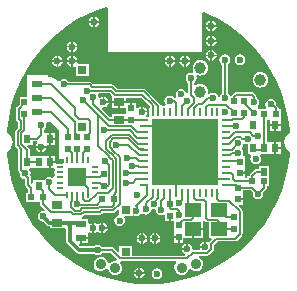
<source format=gbl>
%FSTAX43Y43*%
%MOMM*%
%SFA1B1*%

%IPPOS*%
%ADD10R,0.599999X0.499999*%
%ADD11R,0.499999X0.599999*%
%ADD12O,0.200000X0.649999*%
%ADD13O,0.649999X0.200000*%
%ADD29R,0.899998X0.699999*%
%ADD34C,0.150000*%
%ADD35C,0.299999*%
%ADD40C,0.899998*%
%ADD41C,0.999998*%
%ADD42C,0.599999*%
%ADD48R,0.799998X0.699999*%
%ADD49R,0.849998X0.599999*%
%ADD50R,1.399997X1.149998*%
%ADD51R,1.549997X1.549997*%
%ADD52O,0.250000X0.699999*%
%ADD53O,0.699999X0.250000*%
%ADD54R,5.599989X5.599989*%
%ADD55R,0.599999X0.699999*%
%LNzooidpcb-1*%
%LPD*%
G36*
X-0003424Y0011375D02*
Y0007599D01*
X0004574*
Y0010958*
X0004699Y0011041*
X0005075Y0010885*
X0006005Y0010401*
X0006888Y0009838*
X000772Y00092*
X0008492Y0008492*
X00092Y000772*
X0009838Y0006888*
X0010401Y0006005*
X0010885Y0005075*
X0011286Y0004107*
X0011601Y0003108*
X0011828Y0002085*
X0011965Y0001046*
X0011967Y0000991*
X0011966Y0000851*
X0011786Y0000712*
X0011626Y0000503*
X0011525Y000026*
X001149Y0*
X0011525Y-000026*
X0011626Y-0000503*
X0011786Y-0000712*
X0011966Y-0000851*
X0011967Y-0000991*
X0011965Y-0001046*
X0011828Y-0002085*
X0011601Y-0003108*
X0011286Y-0004107*
X0010885Y-0005075*
X0010401Y-0006005*
X0009838Y-0006888*
X00092Y-000772*
X0008492Y-0008492*
X000772Y-00092*
X0006888Y-0009838*
X0006005Y-0010401*
X0005075Y-0010885*
X0004107Y-0011286*
X0003108Y-0011601*
X0002085Y-0011828*
X0001046Y-0011965*
X0Y-001201*
X-0001046Y-0011965*
X-0002085Y-0011828*
X-0003108Y-0011601*
X-0004107Y-0011286*
X-0005075Y-0010885*
X-0006005Y-0010401*
X-0006888Y-0009838*
X-000772Y-00092*
X-0008492Y-0008492*
X-00092Y-000772*
X-0009838Y-0006888*
X-0010401Y-0006005*
X-0010885Y-0005075*
X-0011286Y-0004107*
X-0011601Y-0003108*
X-0011828Y-0002085*
X-0011965Y-0001046*
X-0011967Y-0000989*
Y-000085*
X-0011786Y-0000712*
X-0011626Y-0000503*
X-0011525Y-000026*
X-0011491Y0*
X-0011525Y000026*
X-0011626Y0000503*
X-0011786Y0000712*
X-0011966Y0000851*
X-0011967Y0000991*
X-0011965Y0001046*
X-0011828Y0002085*
X-0011601Y0003108*
X-0011286Y0004107*
X-0010885Y0005075*
X-0010401Y0006005*
X-0009838Y0006888*
X-00092Y000772*
X-0008492Y0008492*
X-000772Y00092*
X-0006888Y0009838*
X-0006005Y0010401*
X-0005075Y0010885*
X-0004107Y0011286*
X-0003545Y0011463*
X-0003424Y0011375*
G37*
%LNzooidpcb-2*%
%LPC*%
G36*
X0001749Y0006774D02*
X000138D01*
X00014Y0006673*
X00015Y0006525*
X0001648Y0006425*
X0001749Y0006405*
Y0006774*
G37*
G36*
X0002268D02*
X0001899D01*
Y0006405*
X0002Y0006425*
X0002148Y0006525*
X0002248Y0006673*
X0002268Y0006774*
G37*
G36*
X-0006524D02*
X-0006893D01*
X-0006873Y0006673*
X-0006773Y0006525*
X-0006625Y0006425*
X-0006524Y0006405*
Y0006774*
G37*
G36*
X-0007774D02*
X-0008143D01*
X-0008123Y0006673*
X-0008023Y0006525*
X-0007875Y0006425*
X-0007774Y0006405*
Y0006774*
G37*
G36*
X-0007255D02*
X-0007624D01*
Y0006405*
X-0007523Y0006425*
X-0007375Y0006525*
X-0007275Y0006673*
X-0007255Y0006774*
G37*
G36*
X0002999D02*
X000263D01*
X000265Y0006673*
X000275Y0006525*
X0002898Y0006425*
X0002999Y0006405*
Y0006774*
G37*
G36*
X0005768Y0007274D02*
X0005399D01*
Y0006905*
X00055Y0006925*
X0005648Y0007025*
X0005748Y0007173*
X0005768Y0007274*
G37*
G36*
X-0007774Y0007293D02*
X-0007875Y0007273D01*
X-0008023Y0007173*
X-0008123Y0007025*
X-0008143Y0006924*
X-0007774*
Y0007293*
G37*
G36*
X0005249Y0007274D02*
X000488D01*
X00049Y0007173*
X0005Y0007025*
X0005148Y0006925*
X0005249Y0006905*
Y0007274*
G37*
G36*
X0003518Y0006774D02*
X0003149D01*
Y0006405*
X000325Y0006425*
X0003398Y0006525*
X0003498Y0006673*
X0003518Y0006774*
G37*
G36*
X0007749Y0007433D02*
X0007573Y0007398D01*
X0007425Y0007298*
X0007325Y000715*
X000729Y0006974*
X0007325Y0006798*
X0007425Y000665*
X0007573Y000655*
X0007749Y0006515*
X0007925Y000655*
X0008073Y000665*
X0008173Y0006798*
X0008208Y0006974*
X0008173Y000715*
X0008073Y0007298*
X0007925Y0007398*
X0007749Y0007433*
G37*
G36*
X0006474D02*
X0006298Y0007398D01*
X000615Y0007298*
X000605Y000715*
X0006015Y0006974*
X000605Y0006798*
X000615Y000665*
X000627Y0006569*
Y0004107*
X0006175Y0004043*
X0006075Y0003895*
X0006061Y0003826*
X0005909*
X0005893Y0003905*
X0005793Y0004053*
X0005645Y0004153*
X0005469Y0004188*
X0005293Y0004153*
X0005168Y0004069*
X0005075Y0004107*
X0005029Y0004143*
X0005045Y0004263*
X0005022Y0004433*
X0004957Y0004591*
X0004853Y0004727*
X0004717Y0004831*
X0004559Y0004896*
X0004389Y0004919*
X0004219Y0004896*
X0004061Y0004831*
X0003993Y0004779*
X0003843Y0004853*
Y0005031*
X0003953Y0005105*
X0004053Y0005253*
X0004088Y0005429*
X0004061Y0005565*
X0004143Y0005657*
X000418Y0005678*
X0004219Y0005662*
X0004389Y0005639*
X0004559Y0005662*
X0004717Y0005727*
X0004853Y0005831*
X0004957Y0005967*
X0005022Y0006125*
X0005045Y0006295*
X0005022Y0006465*
X0004957Y0006623*
X0004853Y0006759*
X0004717Y0006863*
X0004559Y0006928*
X0004389Y0006951*
X0004219Y0006928*
X0004061Y0006863*
X0003925Y0006759*
X0003821Y0006623*
X0003756Y0006465*
X0003733Y0006295*
X0003756Y0006125*
X0003805Y0006006*
X0003745Y0005906*
X0003705Y0005873*
X0003629Y0005888*
X0003453Y0005853*
X0003305Y0005753*
X0003205Y0005605*
X000317Y0005429*
X0003205Y0005253*
X0003305Y0005105*
X0003385Y0005051*
Y0004081*
X0003235Y0004066*
X0003203Y0004225*
X0003103Y0004374*
X0002955Y0004474*
X0002779Y0004508*
X0002603Y0004474*
X0002455Y0004374*
X0002355Y0004225*
X000232Y000405*
X0002355Y0003874*
X0002361Y0003866*
X0002271Y000373*
X0002189Y0003745*
X0002143Y0003813*
X0001995Y0003913*
X0001819Y0003948*
X0001643Y0003913*
X0001495Y0003813*
X0001395Y0003665*
X000136Y0003489*
X0001395Y0003313*
X0001461Y0003215*
X0001372Y000308*
X0001349Y0003084*
X0001242Y0003063*
X0001225Y0003052*
X0001216Y0003051*
X0001064Y0003116*
X0001061Y0003131*
X0001011Y0003205*
X-0000253Y0004471*
X-0000327Y0004521*
X-0000415Y0004538*
X-000261*
X-0002908Y0004836*
X-0002982Y0004886*
X-000307Y0004904*
X-0004662*
X-000482Y0005061*
X-0004894Y0005111*
X-0004982Y0005129*
X-0006736*
X-00068Y0005223*
X-0006948Y0005323*
X-0007124Y0005358*
X-00073Y0005323*
X-0007448Y0005223*
X-0007482Y0005173*
X-0007674Y0005153*
X-0007854Y0005334*
X-0008045Y0005461*
X-0008269Y0005505*
X-0008471*
Y0005719*
X-0010322*
Y0004119*
Y0003829*
X-0010899*
Y0003253*
X-0011136Y0003016*
X-0011186Y0002942*
X-0011203Y0002854*
Y0001986*
X-0011186Y0001898*
X-0011136Y0001824*
X-0011028Y0001716*
Y0001236*
X-0011236Y0001029*
X-0011286Y0000954*
X-0011303Y0000866*
Y-0000266*
X-0011286Y-0000354*
X-0011236Y-0000429*
X-0011003Y-0000661*
Y-0002394*
X-0010986Y-0002482*
X-0010936Y-0002556*
X-0010876Y-0002616*
X-0010883Y-0002649*
X-0010848Y-0002825*
X-0010748Y-0002973*
X-00106Y-0003073*
X-0010424Y-0003108*
X-0010408Y-0003121*
Y-0003649*
X-0010391Y-0003737*
X-0010341Y-0003811*
X-0010158Y-0003994*
Y-0004259*
X-0010379*
Y-0005059*
X-0009479*
X-0009379*
X-0009158*
Y-0005207*
X-0009141Y-0005295*
X-0009091Y-0005369*
X-0008762Y-0005698*
X-0008836Y-0005837*
X-0008919Y-000582*
X-0009095Y-0005855*
X-0009243Y-0005955*
X-0009343Y-0006103*
X-0009378Y-0006279*
X-0009343Y-0006455*
X-0009243Y-0006603*
X-0009095Y-0006703*
X-0008919Y-0006738*
X-0008897Y-0006733*
X-0008615Y-0007015*
X-0008516Y-0007082*
X-0008399Y-0007105*
X-0008319*
Y-0007299*
X-0007119*
X-0006975Y-0007313*
Y-0008339*
X-0006952Y-0008456*
X-0006885Y-0008555*
X-00061Y-000934*
X-0006001Y-0009407*
X-0005884Y-000943*
X-0004636*
X-0004623Y-0009448*
X-0004475Y-0009548*
X-0004299Y-0009583*
X-0004123Y-0009548*
X-0003975Y-0009448*
X-0003911Y-0009353*
X-000322*
X-0002678Y-0009895*
X-0002744Y-0010041*
X-000289Y-0010032*
X-0003117Y-0010109*
X-0003282Y-0010254*
X-0003362Y-0010241*
X-0003437Y-0010212*
X-0003508Y-0010004*
X-0003665Y-0009824*
X-0003879Y-0009719*
X-0004117Y-0009703*
X-0004343Y-000978*
X-0004523Y-0009937*
X-0004628Y-0010151*
X-0004644Y-001039*
X-0004567Y-0010616*
X-000441Y-0010795*
X-0004196Y-0010901*
X-0003958Y-0010916*
X-0003731Y-0010839*
X-0003566Y-0010694*
X-0003486Y-0010707*
X-0003411Y-0010736*
X-000334Y-0010944*
X-0003183Y-0011124*
X-0002969Y-0011229*
X-0002731Y-0011245*
X-0002505Y-0011168*
X-0002325Y-0011011*
X-000222Y-0010797*
X-0002204Y-0010558*
X-0002281Y-0010332*
X-0002376Y-0010223*
X-0002309Y-0010073*
X0002309*
X0002376Y-0010223*
X0002281Y-0010332*
X0002204Y-0010558*
X000222Y-0010797*
X0002325Y-0011011*
X0002505Y-0011168*
X0002731Y-0011245*
X0002969Y-0011229*
X0003183Y-0011124*
X000334Y-0010944*
X0003411Y-0010736*
X0003486Y-0010707*
X0003566Y-0010694*
X0003731Y-0010839*
X0003958Y-0010916*
X0004196Y-0010901*
X000441Y-0010795*
X0004567Y-0010616*
X0004644Y-001039*
X0004628Y-0010151*
X0004523Y-0009937*
X0004343Y-000978*
X000428Y-0009759*
X0004305Y-0009609*
X0005001*
X0005089Y-0009591*
X0005164Y-0009541*
X0005471Y-0009234*
X0005521Y-0009159*
X0005538Y-0009072*
Y-0008714*
X0005854Y-0008398*
X0007307*
X0007395Y-0008381*
X0007469Y-0008331*
X0007901Y-0007899*
X0007951Y-0007825*
X0007954Y-000781*
X0007968Y-0007737*
Y-0005859*
X0007951Y-0005771*
X0007901Y-0005697*
X0007632Y-0005428*
X0007689Y-0005289*
X0008009*
Y-0004914*
X0007609*
Y-0004764*
X0008009*
Y-0004389*
Y-0004289*
Y-0004078*
X0008664*
X0008837Y-0004252*
X0008815Y-0004364*
X000885Y-000454*
X000895Y-0004688*
X0009098Y-0004788*
X0009274Y-0004823*
X000945Y-0004788*
X0009598Y-0004688*
X0009698Y-000454*
X0009733Y-0004364*
X0009711Y-0004252*
X0009961Y-0004001*
X0010011Y-0003927*
X0010028Y-0003839*
Y-0003679*
X0010249*
Y-0003019*
Y-0002019*
X0009349*
Y-000229*
X0009139*
X0009051Y-0002307*
X0008977Y-0002357*
X0008637Y-0002697*
X0008587Y-0002771*
X000857Y-0002859*
Y-0002879*
X0008349*
Y-000305*
X0008169*
Y-0002724*
X0007769*
Y-0002574*
X0008169*
Y-0002199*
Y-0002099*
Y-0001199*
X0008051*
X000797Y-000105*
X0008005Y-0000874*
X000797Y-0000699*
X0007916Y-0000619*
X0007923Y-0000433*
X0008023Y-0000285*
X0008043Y-0000183*
X0008197Y-0000107*
X00082*
X0008223Y-0000123*
X0008399Y-0000158*
Y-0001019*
X0008611*
X0008691Y-0001169*
X0008655Y-0001223*
X000862Y-0001399*
X0008655Y-0001575*
X0008755Y-0001723*
X0008903Y-0001823*
X0009079Y-0001858*
X0009255Y-0001823*
X0009403Y-0001723*
X0009503Y-0001575*
X0009538Y-0001399*
X0009503Y-0001223*
X0009467Y-0001169*
X0009547Y-0001019*
X0010149*
X0010249*
X0010348*
X0010399*
X0010674*
Y-0000519*
Y-0000019*
X0010399*
X0010299*
X00102*
X0010178*
X0010028Y000005*
Y0001908*
X001011Y0001946*
X0010284Y0001889*
X0010299Y000185*
Y0001554*
X0011199*
Y0001829*
Y000185*
X0011249Y0001979*
Y0002049*
Y0002108*
Y0002779*
X0011028*
Y0002859*
X0011011Y0002947*
X0010961Y0003021*
X0010804Y0003179*
X0010808Y0003199*
X0010773Y0003375*
X0010673Y0003523*
X0010525Y0003623*
X0010349Y0003658*
X0010173Y0003623*
X0010025Y0003523*
X0009925Y0003375*
X000989Y0003199*
X0009925Y0003023*
X0009988Y0002929*
X0009918Y0002779*
X0009349*
X000924Y0002849*
Y0003029*
X0009263Y0003045*
X0009363Y0003193*
X0009398Y0003369*
X0009363Y0003545*
X0009263Y0003693*
X0009168Y0003757*
Y0003859*
X0009151Y0003947*
X0009101Y0004021*
X0008946Y0004176*
X0008872Y0004226*
X0008784Y0004243*
X0007434*
X0007361Y0004229*
X0007346Y0004226*
X0007272Y0004176*
X0007117Y0004021*
X0007067Y0003947*
X0007066Y0003939*
X0006893*
X0006823Y0004043*
X0006728Y0004107*
Y0006603*
X0006798Y000665*
X0006898Y0006798*
X0006933Y0006974*
X0006898Y000715*
X0006798Y0007298*
X000665Y0007398*
X0006474Y0007433*
G37*
G36*
X-0000844Y-0010625D02*
X-0000945Y-0010645D01*
X-0001093Y-0010745*
X-0001193Y-0010893*
X-0001213Y-0010994*
X-0000844*
Y-0010625*
G37*
G36*
X-0000694D02*
Y-0010994D01*
X-0000325*
X-0000345Y-0010893*
X-0000445Y-0010745*
X-0000593Y-0010645*
X-0000694Y-0010625*
G37*
G36*
X-0000325Y-0011144D02*
X-0000694D01*
Y-0011513*
X-0000593Y-0011493*
X-0000445Y-0011393*
X-0000345Y-0011245*
X-0000325Y-0011144*
G37*
G36*
X0000724Y-0010665D02*
X0000548Y-00107D01*
X00004Y-00108*
X00003Y-0010948*
X0000265Y-0011124*
X00003Y-00113*
X00004Y-0011448*
X0000548Y-0011548*
X0000724Y-0011583*
X00009Y-0011548*
X0001048Y-0011448*
X0001148Y-00113*
X0001183Y-0011124*
X0001148Y-0010948*
X0001048Y-00108*
X00009Y-00107*
X0000724Y-0010665*
G37*
G36*
X-0000844Y-0011144D02*
X-0001213D01*
X-0001193Y-0011245*
X-0001093Y-0011393*
X-0000945Y-0011493*
X-0000844Y-0011513*
Y-0011144*
G37*
G36*
X0011199Y-0000594D02*
X0010824D01*
Y-0001019*
X0011199*
Y-0000594*
G37*
G36*
X0009469Y0005935D02*
X0009299Y0005912D01*
X0009141Y0005847*
X0009005Y0005743*
X0008901Y0005607*
X0008836Y0005449*
X0008813Y0005279*
X0008836Y0005109*
X0008901Y0004951*
X0009005Y0004815*
X0009141Y0004711*
X0009299Y0004646*
X0009469Y0004623*
X0009639Y0004646*
X0009797Y0004711*
X0009933Y0004815*
X0010037Y0004951*
X0010102Y0005109*
X0010125Y0005279*
X0010102Y0005449*
X0010037Y0005607*
X0009933Y0005743*
X0009797Y0005847*
X0009639Y0005912*
X0009469Y0005935*
G37*
G36*
X-0006005Y0006774D02*
X-0006374D01*
Y0006405*
X-0006309Y0006418*
X-0006159Y0006335*
Y0005619*
X-0005059*
Y0006619*
X-0005895*
X-0006006Y0006769*
X-0006005Y0006774*
G37*
G36*
X0011199Y0001404D02*
X0010824D01*
Y0000979*
X0011199*
Y0001404*
G37*
G36*
X0010824Y-0000019D02*
Y-0000444D01*
X0011199*
Y-0000019*
X0010824*
G37*
G36*
X0010674Y0001404D02*
X0010299D01*
Y0000979*
X0010674*
Y0001404*
G37*
G36*
X-0007624Y0007293D02*
Y0006924D01*
X-0007255*
X-0007275Y0007025*
X-0007375Y0007173*
X-0007523Y0007273*
X-0007624Y0007293*
G37*
G36*
X-0004699Y0010643D02*
X-00048Y0010623D01*
X-0004948Y0010523*
X-0005048Y0010375*
X-0005068Y0010274*
X-0004699*
Y0010643*
G37*
G36*
X0005399Y0010293D02*
Y0009924D01*
X0005768*
X0005748Y0010025*
X0005648Y0010173*
X00055Y0010273*
X0005399Y0010293*
G37*
G36*
X0005249Y0009043D02*
X0005148Y0009023D01*
X0005Y0008923*
X00049Y0008775*
X000488Y0008674*
X0005249*
Y0009043*
G37*
G36*
X-0006524Y0008543D02*
X-0006625Y0008523D01*
X-0006773Y0008423*
X-0006873Y0008275*
X-0006893Y0008174*
X-0006524*
Y0008543*
G37*
G36*
X-0006374D02*
Y0008174D01*
X-0006005*
X-0006025Y0008275*
X-0006125Y0008423*
X-0006273Y0008523*
X-0006374Y0008543*
G37*
G36*
X-0004549Y0010643D02*
Y0010274D01*
X-000418*
X-00042Y0010375*
X-00043Y0010523*
X-0004448Y0010623*
X-0004549Y0010643*
G37*
G36*
X0005249Y0009774D02*
X000488D01*
X00049Y0009673*
X0005Y0009525*
X0005148Y0009425*
X0005249Y0009405*
Y0009774*
G37*
G36*
X-0004699Y0010124D02*
X-0005068D01*
X-0005048Y0010023*
X-0004948Y0009875*
X-00048Y0009775*
X-0004699Y0009755*
Y0010124*
G37*
G36*
X0005768Y0009774D02*
X0005399D01*
Y0009405*
X00055Y0009425*
X0005648Y0009525*
X0005748Y0009673*
X0005768Y0009774*
G37*
G36*
X0005399Y0009043D02*
Y0008674D01*
X0005768*
X0005748Y0008775*
X0005648Y0008923*
X00055Y0009023*
X0005399Y0009043*
G37*
G36*
X0005249Y0010293D02*
X0005148Y0010273D01*
X0005Y0010173*
X00049Y0010025*
X000488Y0009924*
X0005249*
Y0010293*
G37*
G36*
X-000418Y0010124D02*
X-0004549D01*
Y0009755*
X-0004448Y0009775*
X-00043Y0009875*
X-00042Y0010023*
X-000418Y0010124*
G37*
G36*
X0001899Y0007293D02*
Y0006924D01*
X0002268*
X0002248Y0007025*
X0002148Y0007173*
X0002Y0007273*
X0001899Y0007293*
G37*
G36*
X0002999D02*
X0002898Y0007273D01*
X000275Y0007173*
X000265Y0007025*
X000263Y0006924*
X0002999*
Y0007293*
G37*
G36*
X0003149D02*
Y0006924D01*
X0003518*
X0003498Y0007025*
X0003398Y0007173*
X000325Y0007273*
X0003149Y0007293*
G37*
G36*
X-0006524D02*
X-0006625Y0007273D01*
X-0006773Y0007173*
X-0006873Y0007025*
X-0006893Y0006924*
X-0006524*
Y0007293*
G37*
G36*
X-0006374D02*
Y0006924D01*
X-0006005*
X-0006025Y0007025*
X-0006125Y0007173*
X-0006273Y0007273*
X-0006374Y0007293*
G37*
G36*
X0001749D02*
X0001648Y0007273D01*
X00015Y0007173*
X00014Y0007025*
X000138Y0006924*
X0001749*
Y0007293*
G37*
G36*
X0005249Y0007793D02*
X0005148Y0007773D01*
X0005Y0007673*
X00049Y0007525*
X000488Y0007424*
X0005249*
Y0007793*
G37*
G36*
X-0006005Y0008024D02*
X-0006374D01*
Y0007655*
X-0006273Y0007675*
X-0006125Y0007775*
X-0006025Y0007923*
X-0006005Y0008024*
G37*
G36*
X0005249Y0008524D02*
X000488D01*
X00049Y0008423*
X0005Y0008275*
X0005148Y0008175*
X0005249Y0008155*
Y0008524*
G37*
G36*
X0005768D02*
X0005399D01*
Y0008155*
X00055Y0008175*
X0005648Y0008275*
X0005748Y0008423*
X0005768Y0008524*
G37*
G36*
X0005399Y0007793D02*
Y0007424D01*
X0005768*
X0005748Y0007525*
X0005648Y0007673*
X00055Y0007773*
X0005399Y0007793*
G37*
G36*
X-0006524Y0008024D02*
X-0006893D01*
X-0006873Y0007923*
X-0006773Y0007775*
X-0006625Y0007675*
X-0006524Y0007655*
Y0008024*
G37*
%LNzooidpcb-3*%
%LPD*%
G36*
X-0003174Y0004029D02*
X-0003089Y0003919D01*
Y0003494*
X-0001889*
Y000378*
X-0000634*
X000012Y0003024*
Y0002956*
X000009Y0002911*
X0000069Y0002804*
Y0002354*
X000009Y0002247*
X0000091Y0002245*
X-0000015Y0002137*
X-0000017Y0002138*
X-0000124Y0002159*
X-000016*
X-0000183Y0002189*
X-0000226Y0002309*
X-000015Y0002423*
X-000013Y0002524*
X-0000574*
Y0002599*
X-0000649*
Y0003043*
X-000075Y0003023*
X-0000898Y0002923*
X-0000934Y000287*
X-0001084Y0002916*
Y0003324*
X-0001409*
Y0002874*
X-0001559*
Y0003324*
X-0001739*
X-0001884*
X-0001885Y0003344*
X-0002414*
Y0002919*
X-0002034*
X-0001889*
X-0001884Y0002771*
Y0002567*
X-0001889Y0002424*
X-0002032Y0002419*
X-0003089*
Y0002148*
X-0003244*
X-0003901Y0002806*
X-0003827Y0002944*
X-0003809Y000294*
X-0003633Y0002975*
X-0003485Y0003075*
X-0003385Y0003223*
X-0003365Y0003324*
X-0003809*
Y0003399*
X-0003884*
Y0003843*
X-0003985Y0003823*
X-0004074Y0003763*
X-0004114Y000377*
X-0004228Y0003831*
X-0004255Y0003965*
X-0004275Y0003995*
X-0004195Y0004145*
X-0003289*
X-0003174Y0004029*
G37*
G36*
X0000459Y-0005688D02*
X0000486Y-0005683D01*
X000063Y-0005699*
X0000649Y-0005791*
X0000665Y-0005875*
X0000765Y-0006023*
X0000913Y-0006123*
X0001089Y-0006158*
X0001265Y-0006123*
X0001279Y-0006113*
X0001429Y-0006193*
Y-0006659*
X0001754*
Y-0006209*
X0001904*
Y-0006659*
X0002159*
Y-0007499*
Y-0007599*
Y-0007974*
X0002559*
Y-0008049*
X0002634*
Y-0008499*
X0002959*
Y-0008084*
X0003684*
Y-0007359*
X0003759*
Y-0007284*
X0004609*
Y-0006649*
X0004685Y-0006593*
X000473Y-0006565*
X0004887Y-0006721*
X0004961Y-0006771*
X0005049Y-0006788*
X0005109*
Y-0008084*
X0005324*
X0005381Y-0008223*
X0005147Y-0008457*
X0005033Y-0008479*
X0004959Y-000843*
X0004859Y-000841*
Y-0008854*
X0004784*
Y-0008929*
X000434*
X0004354Y-0009*
X0004273Y-000915*
X0003857*
X0003728Y-0009029*
X0003693Y-0008853*
X0003593Y-0008705*
X0003445Y-0008605*
X0003344Y-0008585*
Y-0009029*
X0003269*
Y-0009104*
X0002825*
X0002845Y-0009205*
X0002945Y-0009353*
X0003093Y-0009453*
X0003057Y-0009595*
X0003046Y-0009615*
X-0001361*
Y-0008769*
X-0002462*
Y-0009267*
X-00026Y-0009324*
X-0002962Y-0008962*
X-0003037Y-0008912*
X-0003125Y-0008895*
X-0003911*
X-0003975Y-00088*
X-0004123Y-00087*
X-0004299Y-0008665*
X-0004475Y-00087*
X-0004623Y-00088*
X-0004636Y-0008818*
X-0005757*
X-0005868Y-0008708*
X-000581Y-0008569*
X-0005761*
Y-0008119*
X-0005687*
Y-0008044*
X-0005112*
Y-0007701*
X-0004987Y-0007608*
X-0004875Y-0007683*
X-0004774Y-0007703*
Y-0007259*
Y-0006815*
X-0004875Y-0006835*
X-0004962Y-0006893*
X-0005112Y-0006817*
Y-0006469*
X-000564*
X-0005655Y-0006319*
X-0005589Y-0006306*
X-0005515Y-0006256*
X-0005382Y-0006123*
X-0004125*
X-0004037Y-0006106*
X-0003962Y-0006056*
X-0003885Y-0005978*
X-0002969*
X-0002881Y-0005961*
X-0002807Y-0005911*
X-00026Y-0005705*
X-0002462Y-0005762*
Y-0006175*
X-0002615Y-0006205*
X-0002763Y-0006305*
X-0002863Y-0006453*
X-0002898Y-0006629*
X-0002863Y-0006805*
X-0002763Y-0006953*
X-0002615Y-0007053*
X-0002439Y-0007088*
X-0002263Y-0007053*
X-0002115Y-0006953*
X-0002015Y-0006805*
X-000198Y-0006629*
X-0002015Y-0006453*
X-0002038Y-0006419*
X-0001958Y-0006269*
X-0001362*
X-0001361*
X-0001211Y-0006195*
X-0001185Y-0006213*
X-0001009Y-0006248*
X-0000833Y-0006213*
X-0000685Y-0006113*
X-0000669Y-000609*
X-0000473Y-0006067*
X-0000405Y-0006113*
X-0000229Y-0006148*
X-0000053Y-0006113*
X0000093Y-0006013*
X0000193Y-0005865*
X000021Y-000578*
X0000265Y-0005684*
X0000373Y-0005671*
X0000459Y-0005688*
G37*
G36*
X-0007579Y0001D02*
Y-0000399D01*
Y-0001399*
X-0007184*
Y-000168*
X-000724Y-0001758*
X-0007318Y-0001814*
X-0007729*
X-0007749Y-0001818*
X-0007828Y-0001764*
X-0008274*
Y-0002189*
X-0008016*
X-0007931Y-0002329*
X-0007951Y-0002402*
X-0007964Y-0002421*
X-0007984Y-0002519*
X-0007964Y-0002617*
X-0007909Y-0002699*
Y-0002789*
X-0007964Y-0002871*
X-0007983Y-0002963*
X-0008015Y-0002986*
X-0008122Y-0003043*
X-0008223Y-0002975*
X-0008399Y-000294*
X-0008575Y-0002975*
X-0008723Y-0003075*
X-0008738Y-0003096*
X-0008849Y-0003189*
X-0009749*
Y-0003421*
X-0009899Y-0003499*
X-000995Y-0003463*
Y-0002989*
X-0009967Y-0002901*
X-0010009Y-0002838*
X-001Y-0002825*
X-0009965Y-0002649*
X-001Y-0002473*
X-001009Y-0002339*
X-0010073Y-0002272*
X-0010032Y-0002189*
X-0009799*
X-0009798*
X-0009749Y-0002199*
X-0009653*
X-0008945*
X-0008849*
X-0008799Y-0002189*
X-0008424*
Y-0001689*
Y-0001189*
X-0008703*
X-0008799*
X-0008849Y-0001199*
X-0009749*
X-000975*
X-0009799Y-0001189*
X-000987*
X-001002Y-0001128*
Y-0000667*
X-0010037Y-0000579*
X-0010087Y-0000505*
X-0010254Y-0000338*
X-0010197Y-0000199*
X-0009799*
Y000007*
X-0009437*
X-0009398Y0*
X-0009386Y-0000074*
X-0009423Y-00001*
X-0009523Y-0000248*
X-0009543Y-0000349*
X-0008655*
X-0008541Y-0000199*
X-0008424*
Y0000299*
Y0000799*
X-000872*
X-0008799*
X-000887Y000092*
Y0001061*
X-0008775Y0001125*
X-0008675Y0001273*
X-000864Y0001449*
X-0008664Y0001569*
X-0008601Y0001671*
X-0008471Y0001719*
X-0008328Y0001749*
X-0007579Y0001*
G37*
G36*
X-0006219Y-0006949D02*
X-0006276Y-0006952D01*
X-0006327Y-0006961*
X-0006372Y-0006976*
X-0006411Y-0006997*
X-0006444Y-0007024*
X-0006471Y-0007057*
X-0006492Y-0007096*
X-0006507Y-0007141*
X-0006516Y-0007192*
X-0006519Y-0007249*
X-0006819*
X-0006822Y-0007192*
X-0006831Y-0007141*
X-0006846Y-0007096*
X-0006867Y-0007057*
X-0006894Y-0007024*
X-0006927Y-0006997*
X-0006966Y-0006976*
X-0007011Y-0006961*
X-0007062Y-0006952*
X-0007119Y-0006949*
X-0006669Y-0006649*
X-0006219Y-0006949*
G37*
%LNzooidpcb-4*%
%LPC*%
G36*
X0000993Y-0008224D02*
X0000624D01*
Y-0008593*
X0000725Y-0008573*
X0000873Y-0008473*
X0000973Y-0008325*
X0000993Y-0008224*
G37*
G36*
X-0005112Y-0008194D02*
X-0005612D01*
Y-0008569*
X-0005112*
Y-0008194*
G37*
G36*
X0004609Y-0007434D02*
X0003834D01*
Y-0008084*
X0004609*
Y-0007434*
G37*
G36*
X0002484Y-0008124D02*
X0002159D01*
Y-0008499*
X0002484*
Y-0008124*
G37*
G36*
X0000474Y-0008224D02*
X0000105D01*
X0000125Y-0008325*
X0000225Y-0008473*
X0000373Y-0008573*
X0000474Y-0008593*
Y-0008224*
G37*
G36*
X0004709Y-000841D02*
X0004608Y-000843D01*
X0004459Y-000853*
X000436Y-0008679*
X000434Y-0008779*
X0004709*
Y-000841*
G37*
G36*
X0003194Y-0008585D02*
X0003093Y-0008605D01*
X0002945Y-0008705*
X0002845Y-0008853*
X0002825Y-0008954*
X0003194*
Y-0008585*
G37*
G36*
X-0000105Y-0008224D02*
X-0000474D01*
Y-0008593*
X-0000373Y-0008573*
X-0000225Y-0008473*
X-0000125Y-0008325*
X-0000105Y-0008224*
G37*
G36*
X-0000624D02*
X-0000993D01*
X-0000973Y-0008325*
X-0000873Y-0008473*
X-0000725Y-0008573*
X-0000624Y-0008593*
Y-0008224*
G37*
G36*
X-0007899Y0000224D02*
X-0008274D01*
Y-0000199*
X-0007899*
Y0000224*
G37*
G36*
X-0008655Y-0000499D02*
X-0009024D01*
Y-0000868*
X-0008923Y-0000848*
X-0008775Y-0000748*
X-0008675Y-00006*
X-0008655Y-0000499*
G37*
G36*
X-0009174D02*
X-0009543D01*
X-0009523Y-00006*
X-0009423Y-0000748*
X-0009275Y-0000848*
X-0009174Y-0000868*
Y-0000499*
G37*
G36*
X-0008274Y0000799D02*
Y0000374D01*
X-0007899*
Y0000799*
X-0008274*
G37*
G36*
X-0003734Y0003843D02*
Y0003474D01*
X-0003365*
X-0003385Y0003575*
X-0003485Y0003723*
X-0003633Y0003823*
X-0003734Y0003843*
G37*
G36*
X-0002564Y0003344D02*
X-0003089D01*
Y0002919*
X-0002564*
Y0003344*
G37*
G36*
X-0000499Y0003043D02*
Y0002674D01*
X-000013*
X-000015Y0002775*
X-000025Y0002923*
X-0000398Y0003023*
X-0000499Y0003043*
G37*
G36*
X-0008274Y-0001189D02*
Y-0001614D01*
X-0007899*
Y-0001189*
X-0008274*
G37*
G36*
X0000474Y-0007705D02*
X0000373Y-0007725D01*
X0000225Y-0007825*
X0000125Y-0007973*
X0000105Y-0008074*
X0000474*
Y-0007705*
G37*
G36*
X-0000474D02*
Y-0008074D01*
X-0000105*
X-0000125Y-0007973*
X-0000225Y-0007825*
X-0000373Y-0007725*
X-0000474Y-0007705*
G37*
G36*
X-0000624D02*
X-0000725Y-0007725D01*
X-0000873Y-0007825*
X-0000973Y-0007973*
X-0000993Y-0008074*
X-0000624*
Y-0007705*
G37*
G36*
X0000624D02*
Y-0008074D01*
X0000993*
X0000973Y-0007973*
X0000873Y-0007825*
X0000725Y-0007725*
X0000624Y-0007705*
G37*
G36*
X-0003974Y-0006815D02*
X-0004075Y-0006835D01*
X-0004223Y-0006935*
X-0004224*
X-0004374*
X-0004375*
X-0004523Y-0006835*
X-0004624Y-0006815*
Y-0007259*
Y-0007703*
X-0004523Y-0007683*
X-0004375Y-0007583*
X-0004374*
X-0004224*
X-0004223*
X-0004075Y-0007683*
X-0003974Y-0007703*
Y-0007259*
Y-0006815*
G37*
G36*
X-0003824D02*
Y-0007184D01*
X-0003455*
X-0003475Y-0007083*
X-0003575Y-0006935*
X-0003723Y-0006835*
X-0003824Y-0006815*
G37*
G36*
X-0003455Y-0007334D02*
X-0003824D01*
Y-0007703*
X-0003723Y-0007683*
X-0003575Y-0007583*
X-0003475Y-0007435*
X-0003455Y-0007334*
G37*
%LNzooidpcb-5*%
%LPD*%
G54D10*
X0008799Y-0003279D03*
X0009799D03*
X-0002949Y-0004809D03*
X-0003949D03*
X-0008929Y-0004659D03*
X-0009929D03*
X0009799Y0002379D03*
X0010799D03*
G54D11*
X-0006029Y-0000599D03*
Y0000399D03*
X-0006829Y-0000599D03*
Y0000399D03*
X-0005229Y-0000599D03*
Y0000399D03*
X0007769Y-0002649D03*
Y-0001649D03*
X0008089Y0002489D03*
Y0003489D03*
X-0010499Y0002379D03*
Y0003379D03*
X0007279Y0002489D03*
Y0003489D03*
X0002559Y-0008049D03*
Y-0007049D03*
X0007249Y-0006359D03*
Y-0007359D03*
X-0001484Y0002874D03*
Y0001874D03*
X0007609Y-0004839D03*
Y-0003839D03*
X-0003799Y-0002699D03*
Y-0003699D03*
X0001829Y-0006209D03*
Y-0005209D03*
G54D12*
X-0006929Y-0001494D03*
X-0006479D03*
X-0006029D03*
X-0005579D03*
X-0005129D03*
Y-0004444D03*
X-0005579D03*
X-0006029D03*
X-0006479D03*
X-0006929D03*
G54D13*
X-0004554Y-0002069D03*
Y-0002519D03*
Y-0002969D03*
Y-0003419D03*
Y-0003869D03*
X-0007504D03*
Y-0003419D03*
Y-0002969D03*
Y-0002519D03*
Y-0002069D03*
G54D29*
X-0002489Y0003419D03*
Y0001919D03*
X-0007719Y-0005299D03*
Y-0006799D03*
G54D34*
X0006499Y0003719D02*
Y0006949D01*
X0006474Y0006974D02*
X0006499Y0006949D01*
X-0007124Y0004899D02*
D01*
X-0004982*
X-000307Y0004674D02*
X-0002705Y0004309D01*
X-0004982Y0004899D02*
X-0004757Y0004674D01*
X-000307*
X-0003194Y0004374D02*
X-0002829Y0004009D01*
X-0005199Y0004374D02*
X-0003194D01*
X-0008269Y0004919D02*
X-0006244Y0002894D01*
X-0009929Y-0004659D02*
Y-0003899D01*
X-0010179Y-0003649D02*
X-0009929Y-0003899D01*
X-0010179Y-0003649D02*
Y-0002989D01*
X-0010774Y-0002394D02*
X-0010179Y-0002989D01*
X-0010774Y-0002394D02*
Y-0000566D01*
X-0002705Y0004309D02*
X-0000415D01*
X-0002829Y0004009D02*
X-0000539D01*
X-0008299Y-000192D02*
Y-0001921D01*
X-0008399Y-0003979D02*
Y-0003399D01*
Y-0003979D02*
X-0007934Y-0004444D01*
X-0008299Y-000192D02*
D01*
Y-0001919D02*
Y-000192D01*
Y-0001919D02*
X-0008249Y-0001869D01*
X-0008389Y-0001729D02*
X-0008249Y-0001869D01*
X0009274Y-0004364D02*
X0009799Y-0003839D01*
Y-0003279*
X0005759Y-0008169D02*
X0007307D01*
X0005309Y-0008619D02*
X0005759Y-0008169D01*
X0005309Y-0009072D02*
Y-0008619D01*
X0005001Y-0009379D02*
X0005309Y-0009072D01*
X0003741Y-0009379D02*
X0005001D01*
X0003277Y-0009844D02*
X0003741Y-0009379D01*
X0007739Y-0007737D02*
Y-0005859D01*
X0007307Y-0008169D02*
X0007739Y-0007737D01*
X0006829Y-0004949D02*
X0007739Y-0005859D01*
X0005999Y-0004949D02*
X0006829D01*
X0005849Y-0004799D02*
X0005999Y-0004949D01*
X0005849Y-0004799D02*
Y-0004319D01*
X0008799Y-0003279D02*
Y-0002859D01*
X0007124Y-0003094D02*
X0007309Y-0003279D01*
X0008799*
X0008834Y-0001944D02*
X0010214D01*
X0008129Y-0002649D02*
X0008834Y-0001944D01*
X0007769Y-0002649D02*
X0008129D01*
X0007754Y-0001619D02*
X0007844Y-0001709D01*
X0006549Y-0001619D02*
X0007754D01*
X0008759Y-0003849D02*
X0009274Y-0004364D01*
X0007609Y-0003849D02*
X0008759D01*
X0007379Y-0003619D02*
X0007609Y-0003849D01*
X0006549Y-0003619D02*
X0007379D01*
X0009139Y-0002519D02*
X0009799D01*
X0008799Y-0002859D02*
X0009139Y-0002519D01*
X-0004299Y-0009124D02*
X-0003125D01*
X-0002405Y-0009844*
X0003277*
X0005959Y-0005759D02*
X0006559Y-0006359D01*
X0007249*
X0010759Y0001499D02*
Y0001509D01*
X0010749Y0001519D02*
X0010759Y0001509D01*
X-0008349Y-0001369D02*
Y0000299D01*
X0000849Y0002579D02*
Y0003043D01*
X0000349Y0002579D02*
Y0003119D01*
X0007279Y0003859D02*
X0007434Y0004014D01*
X0007279Y0003489D02*
Y0003859D01*
X0007119Y0001949D02*
X0007929D01*
X0007049Y0001879D02*
X0007119Y0001949D01*
X0006549Y0001879D02*
X0007049D01*
X0007929Y0001949D02*
X0008089Y0002109D01*
Y0002489*
X0004849Y0002579D02*
Y0002999D01*
X0007382Y0000414D02*
X0007816D01*
X0009799Y-0000479D02*
Y0002379D01*
X0005849Y-0004319D02*
X0005879Y-0004349D01*
X0005049Y-0006559D02*
X0005789D01*
X0004889Y-0006399D02*
X0005049Y-0006559D01*
X0004889Y-0006399D02*
Y-0005099D01*
X0004684Y-0004894D02*
X0004889Y-0005099D01*
X0004034Y-0004894D02*
X0004684D01*
X0003849Y-0004709D02*
X0004034Y-0004894D01*
X0005789Y-0006559D02*
X0005959Y-0006729D01*
X0003759Y-0006409D02*
Y-0005759D01*
X0003609Y-0006559D02*
X0003759Y-0006409D01*
X0002849Y0002579D02*
Y0003049D01*
X-0000349Y0001379D02*
X0000849D01*
X0010799Y0002379D02*
Y0002859D01*
X0008849Y-0000679D02*
X0009599D01*
X0009799Y-0000479*
X0001849Y-0005154D02*
Y-0004319D01*
X0003349Y-0005219D02*
Y-0004319D01*
X0003849Y-0004709D02*
Y-0004319D01*
X-0000349Y-0001119D02*
X-0000319D01*
X0002349Y-0004319D02*
Y-0001619D01*
X0003099Y-0000869*
X0005349Y-0003119*
X0006549*
Y0001379D02*
X0007399D01*
X0006549Y-0002619D02*
X0006989D01*
X0007124Y-0002754*
Y-0003094D02*
Y-0002754D01*
X0006549Y0000379D02*
X0006845D01*
X0006549Y-0000619D02*
X0007039D01*
X0007549Y-0000109*
X0007599*
X0007501Y-0000919D02*
X0007546Y-0000874D01*
X0006549Y-0001119D02*
X0006919D01*
X0007119Y-0000919*
X0007501*
X0006549Y-0000119D02*
X0006847D01*
X0007382Y0000414*
X0005959Y-0007359D02*
Y-0006729D01*
Y-0007359D02*
X0007249D01*
X0003349Y-0005219D02*
X0003824Y-0005694D01*
X-0000354Y-0000614D02*
X-0000349Y-0000619D01*
X-0000359Y-0001609D02*
X-0000349Y-0001619D01*
Y0000379D02*
Y0000389D01*
Y-0002619D02*
X-0000319D01*
X-0000539Y0004009D02*
X0000349Y0003119D01*
X-0000415Y0004309D02*
X0000849Y0003043D01*
X-0001599Y0001879D02*
X-0000349D01*
X0002349Y0002579D02*
Y0003319D01*
X0002179Y0003489D02*
X0002349Y0003319D01*
X0001819Y0003489D02*
X0002179D01*
X0004849Y0002999D02*
X0005039Y0003189D01*
X0005009Y0003729D02*
X0005469D01*
X0004519Y0003239D02*
X0005009Y0003729D01*
X0008939Y0003369D02*
Y0003859D01*
X0007434Y0004014D02*
X0008784D01*
X0008939Y0003859*
X0003849Y0002579D02*
Y0002892D01*
X0003834Y0003302D02*
Y0003736D01*
X0003309Y0003509D02*
Y0003519D01*
X0004196Y0003239D02*
X0004519D01*
X0003849Y0002892D02*
X0004196Y0003239D01*
X0002849Y0003049D02*
X0003309Y0003509D01*
X0003349Y0002579D02*
Y0002817D01*
X0003834Y0003302*
X0003614Y0005414D02*
X0003629Y0005429D01*
X0003614Y0003956D02*
X0003834Y0003736D01*
X0003614Y0003956D02*
Y0005414D01*
X0008089Y0003359D02*
Y0003489D01*
Y0003359D02*
X0008939Y0002509D01*
X0010459Y0003199D02*
X0010799Y0002859D01*
X0010349Y0003199D02*
X0010459D01*
X0000849Y0001379D02*
X0002919Y-0000689D01*
X0005039Y0003189D02*
X0006579D01*
X0007251Y0002517*
X-0000779Y-0002119D02*
X-0000349D01*
X0000309Y-0005219D02*
X0000319Y-0005229D01*
X0000849Y-0004755D02*
Y-0004679D01*
X-0000349Y-0003619D02*
X-0000109D01*
X-0001019Y-0003119D02*
X-0000349D01*
X0000488Y-0005115D02*
X0000849Y-0004755D01*
X-0000807Y-0001119D02*
X-0000349D01*
X-0000794Y-0000614D02*
X-0000354D01*
X-0004009Y-000493D02*
Y-0004809D01*
X-0002949D02*
Y-0004459D01*
X-0002719Y-0004229*
X-0002949Y-0005305D02*
Y-0004809D01*
X-0003093Y-0005449D02*
X-0002949Y-0005305D01*
X-0004104Y-0005449D02*
X-0003093D01*
X-0004342Y-0004334D02*
X-0003464D01*
X-0004474Y-0004466D02*
X-0004342Y-0004334D01*
X-0006479Y-0004987D02*
Y-0004444D01*
X-0006544Y-0005486D02*
Y-0005052D01*
X-0006479Y-0004987*
X-0004554Y-0003419D02*
X-0004129D01*
X-0003849Y-0003699*
X-0003799*
X-0006949Y0000519D02*
X-0006829Y0000399D01*
X-0006244Y0002339D02*
X-0005859Y0001954D01*
X-0005126*
X0008616Y0000824D02*
X0008891Y0000549D01*
X0009269*
X000729Y0000824D02*
X0008616D01*
X0006845Y0000379D02*
X000729Y0000824D01*
X0007816Y0000414D02*
X0007931Y0000299D01*
X0008399*
X-0006029Y-0001494D02*
Y-0000599D01*
Y-0001494D02*
D01*
X-0006504Y-0001469D02*
X-0006479Y-0001494D01*
X-0006504Y-0001469D02*
Y-0000924D01*
X-0006829Y-0000599D02*
X-0006504Y-0000924D01*
X-0005579Y-0001494D02*
X-0005554Y-0001469D01*
Y-0000924*
X-0005229Y-0000599*
X-0006249Y0000769D02*
X-0006029Y0000549D01*
Y0000399D02*
Y0000549D01*
X-0005229Y0000399D02*
Y0000539D01*
X-0004984Y0000784*
X-0009397Y0002519D02*
X-0008269D01*
X-0006829Y0001079*
Y0000399D02*
Y0001079D01*
X-0009397Y0003719D02*
X-0008269D01*
X-0006249Y0001699*
Y0000769D02*
Y0001699D01*
X-0009397Y0004919D02*
X-0008269D01*
X-0006244Y0002339D02*
Y0002894D01*
X-0004554Y-0002969D02*
X-0004069D01*
X-0003799Y-0002699*
X-0005129Y-0004444D02*
Y-0003869D01*
X-0006029Y-0002969D02*
X-0005129Y-0003869D01*
X-0010249Y-0001689D02*
X-0009309D01*
X-0009299Y-0001699*
X-0008929Y-0004659D02*
Y-0004089D01*
X-0009399Y-0003619D02*
X-0008929Y-0004089D01*
X-0006236Y-0005794D02*
X-0005802D01*
X-0006566Y-0005889D02*
X-0006361Y-0006094D01*
X-0005677*
X-0005477Y-0005894*
X-0006544Y-0005486D02*
X-0006236Y-0005794D01*
X-0005477Y-0005894D02*
X-0004125D01*
X-0004249Y-0005594D02*
X-0004104Y-0005449D01*
X-0004373Y-0005294D02*
X-0004009Y-000493D01*
X-0004125Y-0005894D02*
X-000398Y-0005749D01*
X0010749Y-0000519D02*
Y0001479D01*
Y0001499*
Y-0001409D02*
Y-0000519D01*
X0010214Y-0001944D02*
X0010749Y-0001409D01*
X-0008389Y-0001729D02*
X-0008349Y-0001689D01*
X-0006029Y-0002969D02*
X-0004554D01*
X-0008929Y-0005207D02*
X-0008247Y-0005889D01*
X-0008929Y-0005207D02*
Y-0004659D01*
X-0008247Y-0005889D02*
X-0006566D01*
X-0007934Y-0004444D02*
X-0006929D01*
X0000488Y-0005115D02*
X0000514Y-0005141D01*
X-0011074Y-0000266D02*
X-0010774Y-0000566D01*
X-0009099Y0000609D02*
Y0001449D01*
X-0009409Y0000299D02*
X-0009099Y0000609D01*
X-0010249Y0000299D02*
X-0009409D01*
X-0010774Y0000742D02*
X-0010499Y0001017D01*
X-0010774Y-0000142D02*
Y0000742D01*
X-0010499Y0001017D02*
Y0002379D01*
X-0011074Y-0000266D02*
Y0000866D01*
X-0010799Y0001141*
Y0001811*
X-0010974Y0001986D02*
X-0010799Y0001811D01*
X-0010974Y0001986D02*
Y0002854D01*
X-0010499Y0003329*
Y0003379*
X0002559Y-0006961D02*
X0002961Y-0006559D01*
X0002559Y-0007049D02*
Y-0006961D01*
X0002554Y-0006829D02*
X0002559D01*
X0002961Y-0006559D02*
X0003609D01*
X-0000109Y-0004459D02*
Y-0003619D01*
X-0003799Y-0003699D02*
X-0003449D01*
X0001349Y-0004719D02*
Y-0004319D01*
X-000398Y-0005749D02*
X-0002969D01*
X-0002419Y-0005199*
X-0003464Y-0004334D02*
X-0003019Y-0003889D01*
X-0003449Y-0003699D02*
X-0003319Y-0003569D01*
X0000459Y-0005196D02*
X0000514Y-0005141D01*
X0000459Y-0005229D02*
Y-0005196D01*
X-0000229Y-0005689D02*
Y-0005177D01*
X0001089Y-0005699D02*
Y-0004979D01*
X0001349Y-0004719*
X0000349Y-0004597D02*
Y-0004319D01*
X-0000229Y-0005177D02*
X0000349Y-0004597D01*
X0002579Y-0006199D02*
Y-0005839D01*
X0001829Y-0005579D02*
Y-0005209D01*
Y-0005579D02*
X0001934Y-0005684D01*
X0002424*
X0002579Y-0005839*
X0002589Y-0005159D02*
X0002849Y-0004899D01*
Y-0004319*
X-0001869Y-0003429D02*
X-0001329D01*
X-0001019Y-0003119*
X-0000359Y-0002609D02*
X-0000349Y-0002619D01*
X-0001869Y-0002609D02*
X-0000359D01*
X-0001359Y-0001979D02*
X-0000919D01*
X-0000779Y-0002119*
X-0001089Y-0001339D02*
X-0000809Y-0001619D01*
X-0000349*
X-0010249Y-0001689D02*
Y-0000667D01*
X-0010774Y-0000142D02*
X-0010249Y-0000667D01*
X-0004474Y-0004474D02*
Y-0004466D01*
X-0004994Y-0004994D02*
X-0004474Y-0004474D01*
X-0005579Y-0004809D02*
Y-0004444D01*
Y-0004809D02*
X-0005394Y-0004994D01*
X-0004994*
X-0005802Y-0005794D02*
X-0005602Y-0005594D01*
X-0006019Y-0005269D02*
X-0005994Y-0005294D01*
X-0004373*
X-0005602Y-0005594D02*
X-0004249D01*
X-0006029Y-0005259D02*
Y-0004444D01*
Y-0005259D02*
X-0006019Y-0005269D01*
X-0001009Y-0005359D02*
X-0000109Y-0004459D01*
X-0001009Y-0005359D02*
X-0000999Y-0005369D01*
X-0001009Y-0005789D02*
X-0000999Y-0005779D01*
Y-0005369*
X-0004984Y0000784D02*
Y0001812D01*
X-0005126Y0001954D02*
X-0004984Y0001812D01*
X-0002489Y0001919D02*
X-0002444Y0001874D01*
X-0001484*
X-0004264Y0002284D02*
X-0004252D01*
X-0004679Y0003259D02*
Y0003789D01*
Y0003259D02*
X-0003339Y0001919D01*
X-0002489*
X-0005519Y0003539D02*
X-0005507D01*
X-0004252Y0002284*
X-0003312Y0001344*
X-0000865Y-0000119D02*
X-0000349D01*
X-0000951Y0000389D02*
X-0000349D01*
X-0003319Y-0003569D02*
Y-0001969D01*
X-0003019Y-0003889D02*
Y-000152D01*
X-0002719Y-0004229D02*
Y-0001396D01*
X-0002419Y-0005199D02*
Y-0001271D01*
X-0003312Y0001344D02*
X-0001444D01*
X-0000979Y0000879*
X-0000349*
X-0003739Y0001029D02*
X-000159D01*
X-0000951Y0000389*
X-0001727Y-0000199D02*
X-0000807Y-0001119D01*
X-000161Y0000624D02*
X-0000865Y-0000119D01*
X-0001727Y-0000199D02*
D01*
D01*
X-0003203Y-0000494D02*
D01*
X-0004264Y-0000282D02*
Y0002284D01*
X-0001734Y0000324D02*
X-0000794Y-0000614D01*
X-0003669Y-0001619D02*
X-0003319Y-0001969D01*
X-0004264Y-0000282D02*
X-0003452Y-0001094D01*
X-0003222Y-0001324*
X-0003215*
X-0003019Y-000152*
X-0003327Y-0000794D02*
D01*
X-0003097Y-0001024*
X-0003091*
X-0002719Y-0001396*
X-0003203Y-0000494D02*
X-0002973Y-0000724D01*
X-0002966*
X-0002419Y-0001271*
X-0001839Y-0001339D02*
X-0001089D01*
X-0002756Y-0000199D02*
X-0001727D01*
X-0003281Y0000016D02*
X-0002973Y0000324D01*
X-0003281Y-0000416D02*
Y0000016D01*
Y-0000416D02*
X-0003203Y-0000494D01*
X-0002973Y0000324D02*
X-0001734D01*
X-0003581Y-0000541D02*
X-0003327Y-0000794D01*
X-0003581Y-0000541D02*
Y0000141D01*
X-0003097Y0000624*
X-000161*
G54D35*
X-0008919Y-0006279D02*
X-0008399Y-0006799D01*
X-0005884Y-0009124D02*
X-0004299D01*
X-0008399Y-0006799D02*
X-0007719D01*
X-0006669D02*
X-0005587D01*
X-0007719D02*
X-0006669D01*
Y-0008339D02*
X-0005884Y-0009124D01*
X-0006669Y-0008339D02*
Y-0006799D01*
G54D40*
X-0002811Y-0010638D03*
X-0004037Y-001031D03*
X0002811Y-0010638D03*
X0004037Y-001031D03*
G54D41*
X0009469Y0005279D03*
X0004389Y0004263D03*
Y0006295D03*
G54D42*
X-0000549Y-0008149D03*
X0000549D03*
X0005324Y0009849D03*
Y0008599D03*
Y0007349D03*
X0007749Y0006974D03*
X0006474D03*
X-0009099Y-0000424D03*
X-0007124Y0004899D03*
X-0005199Y0004374D03*
X-0008399Y-0003399D03*
X-0010424Y-0002649D03*
X0005719Y-0005499D03*
X0009079Y-0001399D03*
X0005559Y0001579D03*
X0000979Y0001059D03*
X0008939Y0003369D03*
X0006499Y0003719D03*
X0008849Y0001489D03*
X0009269Y0000549D03*
X0000724Y-0011124D03*
X-0008919Y-0006279D03*
X0009274Y-0004364D03*
X0007399Y0001379D03*
X0007546Y-0000874D03*
X0007599Y-0000109D03*
X0003269Y-0009029D03*
X-0000769Y-0011069D03*
X0004784Y-0008854D03*
X-0005519Y0003539D03*
X-0004679Y0003789D03*
X0001819Y0003489D03*
X-0003809Y0003399D03*
X0005469Y0003729D03*
X0003309Y0003519D03*
X0002949Y-0000659D03*
X0003629Y0005429D03*
X0008939Y0002509D03*
X0010349Y0003199D03*
X-0004299Y-0009124D03*
X-0003899Y-0007259D03*
X-0004699D03*
X0008399Y0000299D03*
X-0006019Y-0005269D03*
X-0006449Y-0002549D03*
X-0007719Y-0005299D03*
X-0001359Y-0001979D03*
X-0002439Y-0006629D03*
X0002579Y-0006199D03*
X-0009099Y0001449D03*
X-0001869Y-0002609D03*
Y-0003429D03*
X-0000969Y-0004439D03*
X-0000229Y-0005689D03*
X0000459Y-0005229D03*
X0001089Y-0005699D03*
X0002589Y-0005159D03*
X-0001009Y-0005789D03*
X0006459Y0002539D03*
X-0003739Y0001029D03*
X-0003669Y-0001619D03*
X-0001839Y-0001339D03*
X-0002756Y-0000199D03*
X0002779Y000405D03*
X0003074Y0006849D03*
X0001824D03*
X-0006449D03*
X-0007699D03*
X-0006449Y0008099D03*
X-0000574Y0002599D03*
X-0004624Y0010199D03*
X0003624Y-0007149D03*
G54D48*
X-0005609Y0006119D03*
Y0001319D03*
X-0001912Y-0009269D03*
Y-0005769D03*
G54D49*
X-0009397Y0004919D03*
Y0003719D03*
Y0002519D03*
X-0005687Y-0006919D03*
Y-0008119D03*
G54D50*
X0005959Y-0007359D03*
X0003759D03*
Y-0005759D03*
X0005959D03*
G54D51*
X-0006029Y-0002969D03*
G54D52*
X0005849Y-0004319D03*
X0005349D03*
X0004849D03*
X0004349D03*
X0003849D03*
X0003349D03*
X0002849D03*
X0002349D03*
X0001849D03*
X0001349D03*
X0000849D03*
X0000349D03*
Y0002579D03*
X0000849D03*
X0001349D03*
X0001849D03*
X0002349D03*
X0002849D03*
X0003349D03*
X0003849D03*
X0004349D03*
X0004849D03*
X0005349D03*
X0005849D03*
G54D53*
X-0000349Y-0003619D03*
Y-0003119D03*
Y-0002619D03*
Y-0002119D03*
Y-0001619D03*
Y-0001119D03*
Y-0000619D03*
Y-0000119D03*
Y0000379D03*
Y0000879D03*
Y0001379D03*
Y0001879D03*
X0006549D03*
Y0001379D03*
Y0000879D03*
Y0000379D03*
Y-0000119D03*
Y-0000619D03*
Y-0001119D03*
Y-0001619D03*
Y-0002119D03*
Y-0002619D03*
Y-0003119D03*
Y-0003619D03*
G54D54*
X0003099Y-0000869D03*
G54D55*
X-0009299Y-0001699D03*
X-0008349Y0000299D03*
X-0010249D03*
X-0009299Y-0003689D03*
X-0008349Y-0001689D03*
X-0010249D03*
X0009799Y-0000519D03*
X0010749Y0001479D03*
X0008849D03*
X0009799Y-0002519D03*
X0010749Y-0000519D03*
X0008849D03*
M02*
</source>
